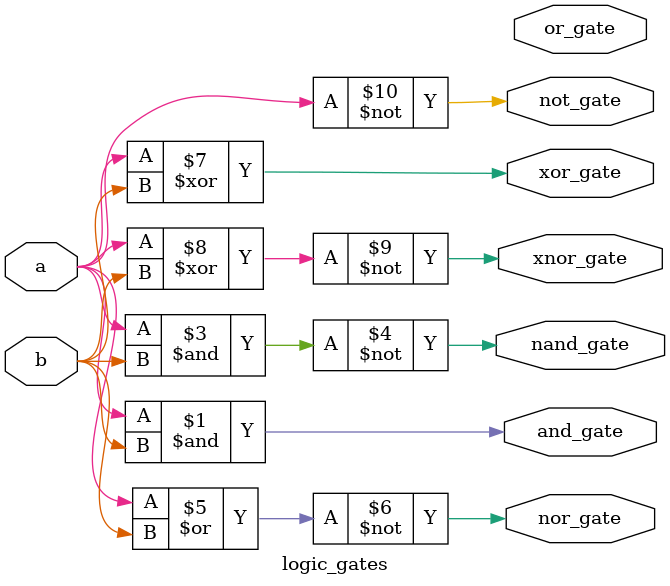
<source format=v>

module logic_gates (input a, b,
                    output and_gate, or_gate, nand_gate, nor_gate, not_gate, xor_gate, xnor_gate
                    );

                    
                    and a1(and_gate, a, b);
                    or o1(or_out, a, b);
                    nand n1(nand_gate, a, b);
                    nor n2(nor_gate, a, b);
                    not n3(not_gate, a);
                    xor x1(xor_gate, a, b);
                    xnor x2(xnor_gate, a, b);

endmodule

</source>
